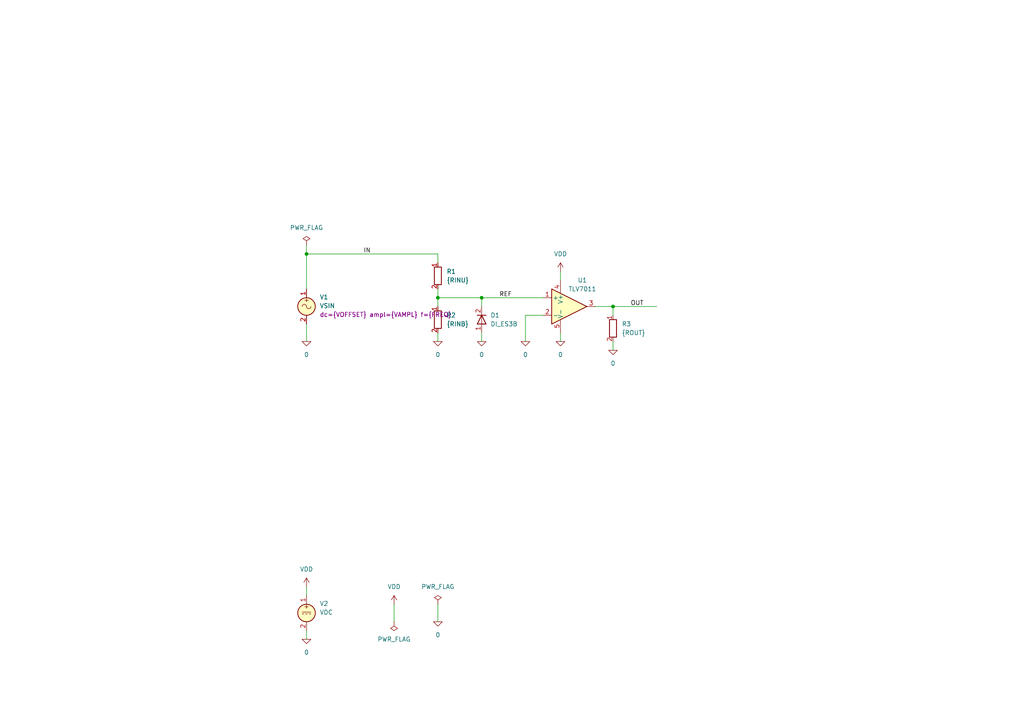
<source format=kicad_sch>
(kicad_sch (version 20211123) (generator eeschema)
  (paper "A4")
  (title_block (title "Zero crossing detection using comparator circuit") (date "2023-09-11") (rev "1") (company "astroelectronic@") (comment 1 "-") (comment 2 "-") (comment 3 "-") (comment 4 "AE01010701"))
  (lib_symbols
    (symbol "Device:R" (pin_names (offset 0) hide)
      (property "Reference" "R" (at 2.032 0 90))
      (property "Value" "R" (at 0 0 90))
      (symbol "R_0_1"
        (rectangle (start -1.016 -2.54) (end 1.016 2.54) (stroke (width 0.254)))
      )
      (symbol "R_1_1"
        (pin passive line (at 0 3.81 270) (length 1.27) (name "~") (number "1"))
        (pin passive line (at 0 -3.81 90) (length 1.27) (name "~") (number "2"))
      )
    )
    (symbol "R_1" (pin_names (offset 0) hide)
      (property "Reference" "R" (at 2.032 0 90))
      (property "Value" "R_1" (at 0 0 90))
      (symbol "R_1_0_1"
        (rectangle (start -1.016 -2.54) (end 1.016 2.54) (stroke (width 0.254)))
      )
      (symbol "R_1_1_1"
        (pin passive line (at 0 3.81 270) (length 1.27) (name "~") (number "1"))
        (pin passive line (at 0 -3.81 90) (length 1.27) (name "~") (number "2"))
      )
    )
    (symbol "Simulation_SPICE:DIODE" (pin_names (offset 1.016) hide)
      (property "Reference" "D" (at 0 2.54 0))
      (property "Value" "DIODE" (at 0 -2.54 0))
      (symbol "DIODE_0_1"
        (polyline (pts (xy 1.27 0) (xy -1.27 0)))
        (polyline (pts (xy 1.27 1.27) (xy 1.27 -1.27)) (stroke (width 0.254)))
        (polyline (pts (xy -1.27 -1.27) (xy -1.27 1.27) (xy 1.27 0) (xy -1.27 -1.27)) (stroke (width 0.254)))
      )
      (symbol "DIODE_1_1"
        (pin passive line (at -3.81 0 0) (length 2.54) (name "A") (number "1"))
        (pin passive line (at 3.81 0 180) (length 2.54) (name "K") (number "2"))
      )
    )
    (symbol "Simulation_SPICE:VDC" (pin_names (offset 0.0254) hide)
      (property "Reference" "V" (at 2.54 2.54 0))
      (property "Value" "VDC" (at 2.54 0 0))
      (property "Spice_Model" "dc(1)" (at 2.54 -2.54 0))
      (symbol "VDC_0_0"
        (polyline (pts (xy -1.27 0.254) (xy 1.27 0.254)))
        (polyline (pts (xy -0.762 -0.254) (xy -1.27 -0.254)))
        (polyline (pts (xy 0.254 -0.254) (xy -0.254 -0.254)))
        (polyline (pts (xy 1.27 -0.254) (xy 0.762 -0.254)))
        (text "+" (at 0 1.905 0) (effects (font (size 1.27 1.27))))
      )
      (symbol "VDC_0_1"
        (circle (center 0 0) (radius 2.54) (stroke (width 0.254)) (fill (type background)))
      )
      (symbol "VDC_1_1"
        (pin passive line (at 0 5.08 270) (length 2.54) (name "~") (number "1"))
        (pin passive line (at 0 -5.08 90) (length 2.54) (name "~") (number "2"))
      )
    )
    (symbol "Simulation_SPICE:VSIN" (pin_names (offset 0.0254) hide)
      (property "Reference" "V" (at 2.54 2.54 0))
      (property "Value" "VSIN" (at 2.54 0 0))
      (property "Spice_Model" "sin(0 1 1k)" (at 2.54 -2.54 0))
      (symbol "VSIN_0_0"
        (arc (start 0 0) (mid -0.635 0.635) (end -1.27 0))
        (arc (start 0 0) (mid 0.635 -0.635) (end 1.27 0))
        (text "+" (at 0 1.905 0) (effects (font (size 1.27 1.27))))
      )
      (symbol "VSIN_0_1"
        (circle (center 0 0) (radius 2.54) (stroke (width 0.254)) (fill (type background)))
      )
      (symbol "VSIN_1_1"
        (pin passive line (at 0 5.08 270) (length 2.54) (name "~") (number "1"))
        (pin passive line (at 0 -5.08 90) (length 2.54) (name "~") (number "2"))
      )
    )
    (symbol "TLV7011:TLV7011" (pin_names (offset 0.254))
      (property "Reference" "U" (at 3.81 3.175 0))
      (property "Value" "TLV7011" (at 3.81 -3.175 0))
      (symbol "TLV7011_0_1"
        (polyline (pts (xy 5.08 0) (xy -5.08 5.08) (xy -5.08 -5.08) (xy 5.08 0)) (stroke (width 0.254)) (fill (type background)))
      )
      (symbol "TLV7011_1_1"
        (pin passive line (at -7.62 2.54 0) (length 2.54) (name "+") (number "1"))
        (pin passive line (at -7.62 -2.54 0) (length 2.54) (name "-") (number "2"))
        (pin passive line (at 7.62 0 180) (length 2.54) (name "~") (number "3"))
        (pin passive line (at -2.54 7.62 270) (length 3.81) (name "V+") (number "4"))
        (pin passive line (at -2.54 -7.62 90) (length 3.81) (name "V-") (number "5"))
      )
    )
    (symbol "power:PWR_FLAG" (power) (pin_numbers hide) (pin_names (offset 0) hide)
      (property "Value" "PWR_FLAG" (at 0 3.81 0))
      (symbol "PWR_FLAG_0_0"
        (pin power_out line (at 0 0 90) (length 0) (name "pwr") (number "1"))
      )
      (symbol "PWR_FLAG_0_1"
        (polyline (pts (xy 0 0) (xy 0 1.27) (xy -1.016 1.905) (xy 0 2.54) (xy 1.016 1.905) (xy 0 1.27)))
      )
    )
    (symbol "power:VDD" (power) (pin_names (offset 0))
      (property "Value" "VDD" (at 0 3.81 0))
      (symbol "VDD_0_1"
        (polyline (pts (xy -0.762 1.27) (xy 0 2.54)))
        (polyline (pts (xy 0 0) (xy 0 2.54)))
        (polyline (pts (xy 0 2.54) (xy 0.762 1.27)))
      )
      (symbol "VDD_1_1"
        (pin power_in line (at 0 0 90) (length 0) hide (name "VDD") (number "1"))
      )
    )
    (symbol "pspice:0" (power) (pin_names (offset 0))
      (property "Value" "0" (at 0 -1.778 0))
      (symbol "0_0_1"
        (polyline (pts (xy -1.27 0) (xy 0 -1.27) (xy 1.27 0) (xy -1.27 0)))
      )
      (symbol "0_1_1"
        (pin power_in line (at 0 0 0) (length 0) hide (name "0") (number "1"))
      )
    )
  )
  (junction (at 177.8 88.9))
  (junction (at 139.7 86.36))
  (junction (at 127 86.36))
  (junction (at 88.9 73.66))
  (wire (pts (xy 162.56 96.52) (xy 162.56 99.06)))
  (wire (pts (xy 88.9 73.66) (xy 127 73.66)))
  (wire (pts (xy 114.3 175.26) (xy 114.3 180.34)))
  (wire (pts (xy 157.48 91.44) (xy 152.4 91.44)))
  (wire (pts (xy 172.72 88.9) (xy 177.8 88.9)))
  (wire (pts (xy 177.8 88.9) (xy 177.8 91.44)))
  (wire (pts (xy 139.7 96.52) (xy 139.7 99.06)))
  (wire (pts (xy 88.9 83.82) (xy 88.9 73.66)))
  (wire (pts (xy 152.4 91.44) (xy 152.4 99.06)))
  (wire (pts (xy 88.9 182.88) (xy 88.9 185.42)))
  (wire (pts (xy 177.8 88.9) (xy 190.5 88.9)))
  (wire (pts (xy 127 175.26) (xy 127 180.34)))
  (wire (pts (xy 127 86.36) (xy 139.7 86.36)))
  (wire (pts (xy 127 86.36) (xy 127 88.9)))
  (wire (pts (xy 88.9 71.12) (xy 88.9 73.66)))
  (wire (pts (xy 177.8 99.06) (xy 177.8 101.6)))
  (wire (pts (xy 162.56 78.74) (xy 162.56 81.28)))
  (wire (pts (xy 139.7 86.36) (xy 157.48 86.36)))
  (wire (pts (xy 127 83.82) (xy 127 86.36)))
  (wire (pts (xy 127 73.66) (xy 127 76.2)))
  (wire (pts (xy 88.9 93.98) (xy 88.9 99.06)))
  (wire (pts (xy 139.7 86.36) (xy 139.7 88.9)))
  (wire (pts (xy 88.9 170.18) (xy 88.9 172.72)))
  (wire (pts (xy 127 96.52) (xy 127 99.06)))
  (label "IN" (at 105.41 73.66 0))
  (label "REF" (at 144.78 86.36 0))
  (label "OUT" (at 182.88 88.9 0))
  (symbol (lib_id "pspice:0") (at 127 99.06 0) (unit 1)
    (property "Reference" "#GND02" (effects hide))
    (property "Value" "0" (at 127 102.87 0))
  )
  (symbol (lib_id "power:PWR_FLAG") (at 114.3 180.34 180) (unit 1)
    (property "Reference" "#FLG02" (effects hide))
    (property "Value" "PWR_FLAG" (at 114.3 185.42 0))
  )
  (symbol (lib_id "Simulation_SPICE:VDC") (at 88.9 177.8 0) (unit 1)
    (property "Reference" "V2" (at 92.71 175.0701 0) (effects (justify left)))
    (property "Value" "VDC" (at 92.71 177.6101 0) (effects (justify left)))
    (property "Spice_Netlist_Enabled" "Y" (effects hide))
    (property "Spice_Primitive" "V" (effects hide))
    (property "Spice_Model" "{VSUPPLY}" (at 92.71 180.1501 0) (effects (justify left)))
  )
  (symbol (lib_id "TLV7011:TLV7011") (at 165.1 88.9 0) (unit 1)
    (property "Reference" "U1" (at 168.91 81.28 0))
    (property "Value" "TLV7011" (at 168.91 83.82 0))
    (property "Spice_Netlist_Enabled" "Y" (effects hide))
    (property "Spice_Primitive" "X" (effects hide))
    (property "Spice_Model" "TLV7011" (effects hide))
    (property "Spice_Lib_File" "/home/astroelectronica/kicad/projects/TLV7011/models/tlv7011.lib" (effects hide))
  )
  (symbol (lib_id "power:PWR_FLAG") (at 88.9 71.12 0) (unit 1)
    (property "Reference" "#FLG01" (effects hide))
    (property "Value" "PWR_FLAG" (at 88.9 66.04 0))
  )
  (symbol (lib_id "pspice:0") (at 88.9 185.42 0) (unit 1)
    (property "Reference" "#GND03" (effects hide))
    (property "Value" "0" (at 88.9 189.23 0))
  )
  (symbol (lib_id "pspice:0") (at 88.9 99.06 0) (unit 1)
    (property "Reference" "#GND01" (effects hide))
    (property "Value" "0" (at 88.9 102.87 0))
  )
  (symbol (lib_id "pspice:0") (at 162.56 99.06 0) (unit 1)
    (property "Reference" "#GND07" (effects hide))
    (property "Value" "0" (at 162.56 102.87 0))
  )
  (symbol (lib_id "pspice:0") (at 127 180.34 0) (unit 1)
    (property "Reference" "#GND06" (effects hide))
    (property "Value" "0" (at 127 184.15 0))
  )
  (symbol (lib_id "Simulation_SPICE:VSIN") (at 88.9 88.9 0) (unit 1)
    (property "Reference" "V1" (at 92.71 86.1701 0) (effects (justify left)))
    (property "Value" "VSIN" (at 92.71 88.7101 0) (effects (justify left)))
    (property "Spice_Netlist_Enabled" "Y" (effects hide))
    (property "Spice_Primitive" "V" (effects hide))
    (property "Spice_Model" "sin({VOFFSET} {VAMPL} {FREQ})" (at 92.71 91.2501 0) (effects (justify left)))
  )
  (symbol (lib_id "Device:R") (at 127 80.01 0) (unit 1)
    (property "Reference" "R1" (at 129.54 78.7399 0) (effects (justify left)))
    (property "Value" "{RINU}" (at 129.54 81.2799 0) (effects (justify left)))
  )
  (symbol (lib_id "power:VDD") (at 162.56 78.74 0) (unit 1)
    (property "Reference" "#PWR03" (effects hide))
    (property "Value" "VDD" (at 162.56 73.66 0))
  )
  (symbol (lib_id "pspice:0") (at 139.7 99.06 0) (unit 1)
    (property "Reference" "#GND04" (effects hide))
    (property "Value" "0" (at 139.7 102.87 0))
  )
  (symbol (lib_name "R_1") (lib_id "Device:R") (at 127 92.71 0) (unit 1)
    (property "Reference" "R2" (at 129.54 91.4399 0) (effects (justify left)))
    (property "Value" "{RINB}" (at 129.54 93.9799 0) (effects (justify left)))
  )
  (symbol (lib_name "R_1") (lib_id "Device:R") (at 177.8 95.25 0) (unit 1)
    (property "Reference" "R3" (at 180.34 93.9799 0) (effects (justify left)))
    (property "Value" "{ROUT}" (at 180.34 96.5199 0) (effects (justify left)))
  )
  (symbol (lib_id "pspice:0") (at 177.8 101.6 0) (unit 1)
    (property "Reference" "#GND08" (effects hide))
    (property "Value" "0" (at 177.8 105.41 0))
  )
  (symbol (lib_id "power:PWR_FLAG") (at 127 175.26 0) (unit 1)
    (property "Reference" "#FLG03" (effects hide))
    (property "Value" "PWR_FLAG" (at 127 170.18 0))
  )
  (symbol (lib_id "Simulation_SPICE:DIODE") (at 139.7 92.71 90) (unit 1)
    (property "Reference" "D1" (at 142.24 91.4399 90) (effects (justify right)))
    (property "Value" "DI_ES3B" (at 142.24 93.9799 90) (effects (justify right)))
    (property "Spice_Netlist_Enabled" "Y" (effects hide))
    (property "Spice_Primitive" "D" (effects hide))
    (property "Spice_Model" "DI_ES3B" (effects hide))
    (property "Spice_Lib_File" "/home/astroelectronica/kicad/projects/TLV7011/models/ES3B.spice.txt" (effects hide))
  )
  (symbol (lib_id "power:VDD") (at 114.3 175.26 0) (unit 1)
    (property "Reference" "#PWR02" (effects hide))
    (property "Value" "VDD" (at 114.3 170.18 0))
  )
  (symbol (lib_id "power:VDD") (at 88.9 170.18 0) (unit 1)
    (property "Reference" "#PWR01" (effects hide))
    (property "Value" "VDD" (at 88.9 165.1 0))
  )
  (symbol (lib_id "pspice:0") (at 152.4 99.06 0) (unit 1)
    (property "Reference" "#GND05" (effects hide))
    (property "Value" "0" (at 152.4 102.87 0))
  )
)
</source>
